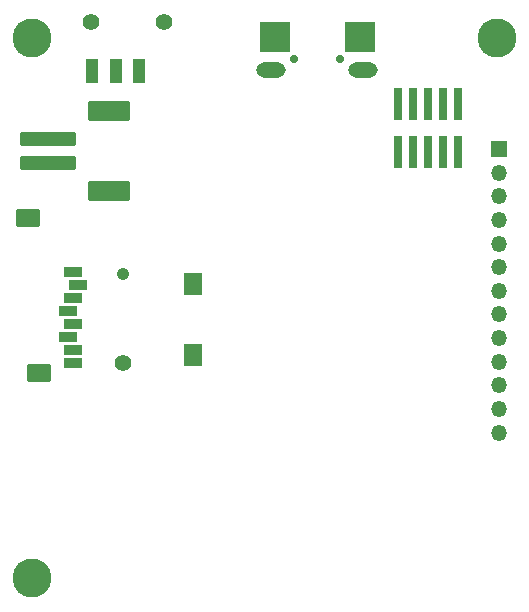
<source format=gbr>
G04 #@! TF.GenerationSoftware,KiCad,Pcbnew,7.0.5*
G04 #@! TF.CreationDate,2023-10-04T16:33:04-05:00*
G04 #@! TF.ProjectId,dropkick,64726f70-6b69-4636-9b2e-6b696361645f,rev?*
G04 #@! TF.SameCoordinates,Original*
G04 #@! TF.FileFunction,Soldermask,Bot*
G04 #@! TF.FilePolarity,Negative*
%FSLAX46Y46*%
G04 Gerber Fmt 4.6, Leading zero omitted, Abs format (unit mm)*
G04 Created by KiCad (PCBNEW 7.0.5) date 2023-10-04 16:33:04*
%MOMM*%
%LPD*%
G01*
G04 APERTURE LIST*
G04 Aperture macros list*
%AMRoundRect*
0 Rectangle with rounded corners*
0 $1 Rounding radius*
0 $2 $3 $4 $5 $6 $7 $8 $9 X,Y pos of 4 corners*
0 Add a 4 corners polygon primitive as box body*
4,1,4,$2,$3,$4,$5,$6,$7,$8,$9,$2,$3,0*
0 Add four circle primitives for the rounded corners*
1,1,$1+$1,$2,$3*
1,1,$1+$1,$4,$5*
1,1,$1+$1,$6,$7*
1,1,$1+$1,$8,$9*
0 Add four rect primitives between the rounded corners*
20,1,$1+$1,$2,$3,$4,$5,0*
20,1,$1+$1,$4,$5,$6,$7,0*
20,1,$1+$1,$6,$7,$8,$9,0*
20,1,$1+$1,$8,$9,$2,$3,0*%
G04 Aperture macros list end*
%ADD10C,3.301600*%
%ADD11R,1.350000X1.350000*%
%ADD12O,1.350000X1.350000*%
%ADD13C,0.700000*%
%ADD14O,2.501600X1.301600*%
%ADD15RoundRect,0.050800X-1.250000X1.250000X-1.250000X-1.250000X1.250000X-1.250000X1.250000X1.250000X0*%
%ADD16C,1.070000*%
%ADD17C,1.400000*%
%ADD18RoundRect,0.050800X-0.750000X0.350000X-0.750000X-0.350000X0.750000X-0.350000X0.750000X0.350000X0*%
%ADD19RoundRect,0.050800X0.700000X0.900000X-0.700000X0.900000X-0.700000X-0.900000X0.700000X-0.900000X0*%
%ADD20RoundRect,0.050800X-0.950000X0.700000X-0.950000X-0.700000X0.950000X-0.700000X0.950000X0.700000X0*%
%ADD21RoundRect,0.050800X-2.300000X0.500000X-2.300000X-0.500000X2.300000X-0.500000X2.300000X0.500000X0*%
%ADD22RoundRect,0.050800X1.700000X0.800000X-1.700000X0.800000X-1.700000X-0.800000X1.700000X-0.800000X0*%
%ADD23R,1.092200X2.006600*%
%ADD24C,1.397000*%
%ADD25R,0.650000X2.760000*%
%ADD26R,0.650000X2.750000*%
G04 APERTURE END LIST*
D10*
X105410000Y-46990000D03*
D11*
X105600000Y-56400000D03*
D12*
X105600000Y-58400000D03*
X105600000Y-60400000D03*
X105600000Y-62400000D03*
X105600000Y-64400000D03*
X105600000Y-66400000D03*
X105600000Y-68400000D03*
X105600000Y-70400000D03*
X105600000Y-72400000D03*
X105600000Y-74400000D03*
X105600000Y-76400000D03*
X105600000Y-78400000D03*
X105600000Y-80400000D03*
D10*
X66040000Y-46990000D03*
X66040000Y-92710000D03*
D13*
X92119600Y-48816600D03*
X88219600Y-48816600D03*
D14*
X94069600Y-49716600D03*
X86269600Y-49716600D03*
D15*
X93769600Y-46916600D03*
X86569600Y-46916600D03*
D16*
X73700000Y-67000000D03*
D17*
X73700000Y-74500000D03*
D18*
X69500000Y-66800000D03*
X69900000Y-67900000D03*
X69500000Y-69000000D03*
X69100000Y-70100000D03*
X69500000Y-71200000D03*
X69100000Y-72300000D03*
X69500000Y-73400000D03*
X69500000Y-74500000D03*
D19*
X79700000Y-73800000D03*
X79700000Y-67800000D03*
D20*
X66600000Y-75400000D03*
X65700000Y-62200000D03*
D21*
X67350000Y-57550000D03*
X67350000Y-55550000D03*
D22*
X72550000Y-59950000D03*
X72550000Y-53150000D03*
D23*
X71120000Y-49784000D03*
X73120001Y-49784000D03*
X75120002Y-49784000D03*
D24*
X70994999Y-45683932D03*
X77244999Y-45683932D03*
D25*
X97028000Y-52580000D03*
X97028000Y-56640000D03*
X98298000Y-52580000D03*
D26*
X98298000Y-56640000D03*
D25*
X99568000Y-52580000D03*
X99568000Y-56640000D03*
X100838000Y-52580000D03*
X100838000Y-56640000D03*
X102108000Y-52580000D03*
X102108000Y-56640000D03*
M02*

</source>
